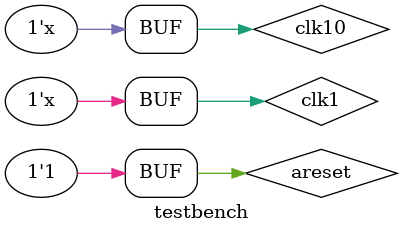
<source format=v>
module testbench;

reg areset, clk1, clk10;
wire tx;

//System UUT (.clk_riscv(clk1),.clk_uart(clk10),.areset_riscv(areset),.areset_uart(areset),.tx(tx));
Risc_V UUT (.areset_cpu(areset),.areset_uart(areset),.clk_cpu(clk1),.clk_uart(clk10),.tx(tx));

always
#5 clk10 = ~clk10;

always
#50 clk1 = ~clk1;

initial
begin
clk1 = 1'b0;
clk10 = 1'b0;
areset = 1'b0;
#100
areset = 1'b1;
end

endmodule

</source>
